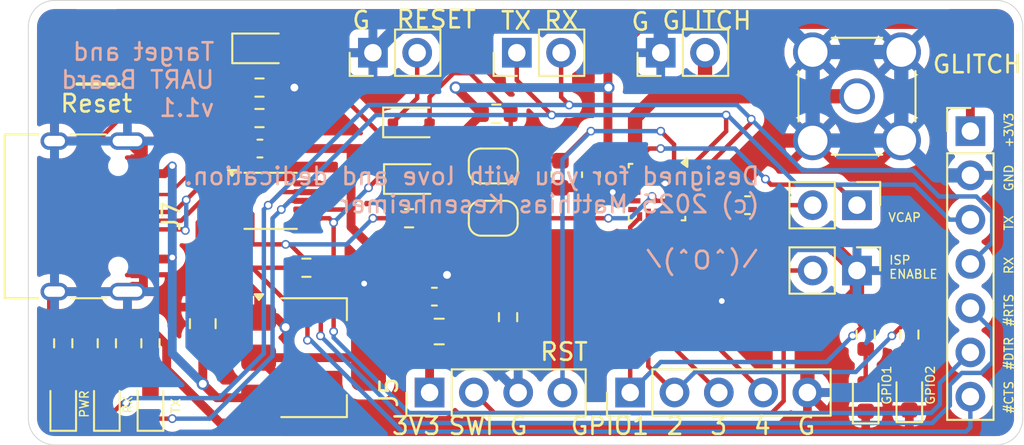
<source format=kicad_pcb>
(kicad_pcb (version 20240108) (generator "pcbnew") (generator_version "8.0")
  (layers (0 "F.Cu" signal) (31 "B.Cu" signal) (34 "B.Paste" user) (35 "F.Paste" user) (36 "B.SilkS" user "B.Silkscreen") (37 "F.SilkS" user "F.Silkscreen") (38 "B.Mask" user) (39 "F.Mask" user) (44 "Edge.Cuts" user))
  (net 0 "")
  (net 1 "GND")
  (net 2 "+5V")
  (net 3 "+3V3")
  (net 4 "Net-(D1-A)")
  (net 7 "Net-(J7-CC2)")
  (net 8 "Net-(J7-CC1)")
  (net 9 "Net-(D2-A)")
  (net 10 "Net-(D3-A)")
  (net 11 "Net-(D4-A)")
  (net 12 "/TX")
  (net 13 "Net-(D5-A)")
  (net 14 "/RX")
  (net 15 "/_DTR")
  (net 16 "/_RTS")
  (net 17 "Net-(JP2-A)")
  (net 18 "Net-(D6-K)")
  (net 19 "/_CTS")
  (net 20 "/_ISP")
  (net 21 "Net-(J2-Pin_2)")
  (net 22 "Net-(D7-A)")
  (net 23 "/_RESET")
  (net 24 "/Dm")
  (net 25 "/Dp")
  (net 26 "Net-(J2-Pin_1)")
  (net 27 "/SWIM")
  (net 32 "/GPIO1")
  (net 33 "/GPIO2")
  (net 34 "/GPIO4")
  (net 35 "/GPIO3")
  (net 40 "Net-(D8-K)")
  (footprint "Capacitor_SMD:C_0603_1608Metric" (layer "F.Cu") (at 105.225 92.75)
    (property "Reference" "C6" (hide yes))
    (property "Value" "1uF" (hide yes))
  )
  (footprint "Resistor_SMD:R_0603_1608Metric" (layer "F.Cu") (at 91.5 99.175 90)
    (property "Reference" "R9" (hide yes))
    (property "Value" "4.7k" (hide yes))
  )
  (footprint "Capacitor_SMD:C_0805_2012Metric" (layer "F.Cu") (at 74 99.55 90)
    (property "Reference" "C1" (hide yes))
    (property "Value" "10u")
  )
  (footprint "Resistor_SMD:R_0603_1608Metric" (layer "F.Cu") (at 77.25 87.75)
    (property "Reference" "R1" (hide yes))
    (property "Value" "5.1k" (hide yes))
  )
  (footprint "Resistor_SMD:R_0603_1608Metric" (layer "F.Cu") (at 79.939 96.34)
    (property "Reference" "R10" (hide yes))
    (property "Value" "4.7k" (hide yes))
  )
  (footprint "Resistor_SMD:R_0603_1608Metric" (layer "F.Cu") (at 90.825 87.5)
    (property "Reference" "R8" (hide yes))
    (property "Value" "4.7k" (hide yes))
  )
  (footprint "Resistor_SMD:R_0603_1608Metric" (layer "F.Cu") (at 112 100.175 -90)
    (property "Reference" "R6" (hide yes))
    (property "Value" "150" (hide yes))
  )
  (footprint "Connector_PinHeader_2.54mm:PinHeader_1x04_P2.54mm_Vertical" (layer "F.Cu") (at 87 103.5 90)
    (property "Reference" "J5")
    (property "Value" "PROGRAM/DEBUG" (hide yes))
  )
  (footprint "LED_SMD:LED_0603_1608Metric" (layer "F.Cu") (at 66 104.2125 90)
    (property "Reference" "D1" (hide yes))
    (property "Value" "LED_RED_3.3V" (hide yes))
  )
  (footprint "LED_SMD:LED_0603_1608Metric" (layer "F.Cu") (at 71 104.2125 90)
    (property "Reference" "D4" (hide yes))
    (property "Value" "LED_RED_TX" (hide yes))
  )
  (footprint "Connector_PinHeader_2.54mm:PinHeader_1x02_P2.54mm_Vertical" (layer "F.Cu") (at 92 84 90)
    (property "Reference" "J3" (hide yes))
    (property "Value" "TX/RX" (hide yes))
  )
  (footprint "Resistor_SMD:R_0603_1608Metric" (layer "F.Cu") (at 68.5 100.675 -90)
    (property "Reference" "R4" (hide yes))
    (property "Value" "150" (hide yes))
  )
  (footprint "Package_DFN_QFN:ST_UFQFPN-20_3x3mm_P0.5mm" (layer "F.Cu") (at 100.0375 92 -90)
    (property "Reference" "U3" (hide yes))
    (property "Value" "STM8S003F3U" (hide yes))
  )
  (footprint "LED_SMD:LED_0603_1608Metric" (layer "F.Cu") (at 68.5 104.2125 90)
    (property "Reference" "D5" (hide yes))
    (property "Value" "LED_BLUE_RX" (hide yes))
  )
  (footprint "Connector_PinHeader_2.54mm:PinHeader_1x02_P2.54mm_Vertical" (layer "F.Cu") (at 100.25 84 90)
    (property "Reference" "J9" (hide yes))
    (property "Value" "GLITCH_IN" (hide yes))
  )
  (footprint "Resistor_SMD:R_0603_1608Metric" (layer "F.Cu") (at 71 100.675 -90)
    (property "Reference" "R3" (hide yes))
    (property "Value" "150" (hide yes))
  )
  (footprint "Connector_PinHeader_2.54mm:PinHeader_1x02_P2.54mm_Vertical" (layer "F.Cu") (at 111.5 96.5 -90)
    (property "Reference" "J1" (hide yes))
    (property "Value" "ISP_MODE" (hide yes))
  )
  (footprint "Connector_PinHeader_2.54mm:PinHeader_1x02_P2.54mm_Vertical" (layer "F.Cu") (at 83.75 84 90)
    (property "Reference" "J10" (hide yes))
    (property "Value" "RESET" (hide yes))
  )
  (footprint "Connector_USB:USB_C_Receptacle_HRO_TYPE-C-31-M-12" (layer "F.Cu") (at 66.55 93.39 -90)
    (property "Reference" "J7")
    (property "Value" "USB_C_Receptacle_USB2.0_16P" (hide yes))
  )
  (footprint "Capacitor_SMD:C_0805_2012Metric" (layer "F.Cu") (at 87.55 100)
    (property "Reference" "C2" (hide yes))
    (property "Value" "10u" (hide yes))
  )
  (footprint "Connector_PinHeader_2.54mm:PinHeader_1x07_P2.54mm_Vertical" (layer "F.Cu") (at 118 88.5)
    (property "Reference" "J4" (hide yes))
    (property "Value" "UART" (hide yes))
  )
  (footprint "Diode_SMD:D_SOD-323" (layer "F.Cu") (at 85.95 88)
    (property "Reference" "D8" (hide yes))
    (property "Value" "D_Small" (hide yes))
  )
  (footprint "Jumper:SolderJumper-2_P1.3mm_Bridged_RoundedPad1.0x1.5mm" (layer "F.Cu") (at 90.65 90.5)
    (property "Reference" "JP1" (hide yes))
    (property "Value" "SolderJumper_2_Bridged" (hide yes))
  )
  (footprint "Button_Switch_SMD:SW_KMR221GLFS" (layer "F.Cu") (at 68 84.4)
    (property "Reference" "S1" (hide yes))
    (property "Value" "KMR221GLFS" (hide yes))
  )
  (footprint "Capacitor_SMD:C_0603_1608Metric" (layer "F.Cu") (at 96.25 91 90)
    (property "Reference" "C5" (hide yes))
    (property "Value" "10nF" (hide yes))
  )
  (footprint "Connector_PinHeader_2.54mm:PinHeader_1x02_P2.54mm_Vertical" (layer "F.Cu") (at 111.5 92.75 -90)
    (property "Reference" "J2" (hide yes))
    (property "Value" "VCAP" (hide yes))
  )
  (footprint "Connector_Coaxial:SMA_Amphenol_901-144_Vertical" (layer "F.Cu") (at 111.5 86.5)
    (property "Reference" "J8" (hide yes))
    (property "Value" "Conn_Coaxial" (hide yes))
  )
  (footprint "Resistor_SMD:R_0603_1608Metric" (layer "F.Cu") (at 77.25 86)
    (property "Reference" "R2" (hide yes))
    (property "Value" "5.1k" (hide yes))
  )
  (footprint "Diode_SMD:D_SOD-323" (layer "F.Cu") (at 77.3 83.75)
    (property "Reference" "D6" (hide yes))
    (property "Value" "D_Small" (hide yes))
  )
  (footprint "LED_SMD:LED_0603_1608Metric" (layer "F.Cu") (at 114.5 103.7125 90)
    (property "Reference" "D3" (hide yes))
    (property "Value" "LED_BLUE_GPIO" (hide yes))
  )
  (footprint "Resistor_SMD:R_0603_1608Metric" (layer "F.Cu") (at 114.5 100.175 -90)
    (property "Reference" "R7" (hide yes))
    (property "Value" "150" (hide yes))
  )
  (footprint "Capacitor_SMD:C_0603_1608Metric" (layer "F.Cu") (at 77.275 89.5)
    (property "Reference" "C4" (hide yes))
    (property "Value" "10nF" (hide yes))
  )
  (footprint "Jumper:SolderJumper-2_P1.3mm_Bridged_RoundedPad1.0x1.5mm" (layer "F.Cu") (at 90.65 93.5)
    (property "Reference" "JP2" (hide yes))
    (property "Value" "SolderJumper_2_Bridged" (hide yes))
  )
  (footprint "LED_SMD:LED_0603_1608Metric" (layer "F.Cu") (at 112 103.7875 90)
    (property "Reference" "D2" (hide yes))
    (property "Value" "LED_GREEN_GPIO" (hide yes))
  )
  (footprint "Package_SO:MSOP-10_3x3mm_P0.5mm" (layer "F.Cu") (at 77.8875 92.5)
    (property "Reference" "U2" (hide yes))
    (property "Value" "CH340X" (hide yes))
  )
  (footprint "Capacitor_SMD:C_0603_1608Metric" (layer "F.Cu") (at 87.275 98 180)
    (property "Reference" "C3" (hide yes))
    (property "Value" "0.1uF" (hide yes))
  )
  (footprint "Resistor_SMD:R_0603_1608Metric" (layer "F.Cu") (at 66 100.675 -90)
    (property "Reference" "R5" (hide yes))
    (property "Value" "150" (hide yes))
  )
  (footprint "Connector_PinHeader_2.54mm:PinHeader_1x05_P2.54mm_Vertical" (layer "F.Cu") (at 98.5 103.5 90)
    (property "Reference" "J6" (hide yes))
    (property "Value" "GPIO" (hide yes))
  )
  (footprint "Resistor_SMD:R_0603_1608Metric" (layer "F.Cu") (at 85.825 93.5 180)
    (property "Reference" "R12" (hide yes))
    (property "Value" "100" (hide yes))
  )
  (footprint "Capacitor_SMD:C_0603_1608Metric" (layer "F.Cu") (at 94.5 90.975 90)
    (property "Reference" "C7" (hide yes))
    (property "Value" "0.1uF" (hide yes))
  )
  (footprint "Package_TO_SOT_SMD:SOT-223-3_TabPin2" (layer "F.Cu") (at 80.35 101.5)
    (property "Reference" "U1" (hide yes))
    (property "Value" "AMS1117-3.3" (hide yes))
  )
  (footprint "Diode_SMD:D_SOD-323" (layer "F.Cu") (at 86 91.25)
    (property "Reference" "D7" (hide yes))
    (property "Value" "D_Small" (hide yes))
  )
  (gr_arc (start 119.5 81) (mid 120.56066 81.43934) (end 121 82.5) (stroke (width 0.05)) (layer "Edge.Cuts"))
  (gr_line (start 121 105) (end 121 82.5) (stroke (width 0.05)) (layer "Edge.Cuts"))
  (gr_line (start 64 82.5) (end 64 105) (stroke (width 0.05)) (layer "Edge.Cuts"))
  (gr_arc (start 64 82.5) (mid 64.43934 81.43934) (end 65.5 81) (stroke (width 0.05)) (layer "Edge.Cuts"))
  (gr_arc (start 121 105) (mid 120.56066 106.06066) (end 119.5 106.5) (stroke (width 0.05)) (layer "Edge.Cuts"))
  (gr_arc (start 65.5 106.5) (mid 64.43934 106.06066) (end 64 105) (stroke (width 0.05)) (layer "Edge.Cuts"))
  (gr_line (start 119.5 81) (end 65.5 81) (stroke (width 0.05)) (layer "Edge.Cuts"))
  (gr_line (start 65.5 106.5) (end 119.5 106.5) (stroke (width 0.05)) (layer "Edge.Cuts"))
  (gr_text "Target and\nUART Board\nv1.1" (at 74.75 87.75 0) (layer "B.SilkS") (effects (font (size 1 1)) (justify left bottom mirror)))
  (gr_text "Designed for you with love and dedication.\n(c) 2025 Matthias Kesenheimer\n\n＼(＾O＾)／" (at 106 96.5 0) (layer "B.SilkS") (effects (font (size 1 1)) (justify left bottom mirror)))
  (gr_text "RESET" (at 85.02 82.67 0) (layer "F.SilkS") (effects (font (size 1 1)) (justify left bottom)))
  (gr_text "PWR" (at 67.5 105 90) (layer "F.SilkS") (effects (font (size 0.5 0.5) (thickness 0.08)) (justify left bottom)))
  (gr_text "GLITCH" (at 100.25 82.75 0) (layer "F.SilkS") (effects (font (size 1 1)) (justify left bottom)))
  (gr_text "RX" (at 70 104.75 90) (layer "F.SilkS") (effects (font (size 0.5 0.5) (thickness 0.08)) (justify left bottom)))
  (gr_text "GLITCH" (at 115.75 85.25 0) (layer "F.SilkS") (effects (font (size 1 1)) (justify left bottom)))
  (gr_text "#CTS" (at 120.5 104.75 90) (layer "F.SilkS") (effects (font (size 0.5 0.5) (thickness 0.08)) (justify left bottom)))
  (gr_text "SWI" (at 88 106 0) (layer "F.SilkS") (effects (font (size 1 1)) (justify left bottom)))
  (gr_text "TX" (at 72.75 104.75 90) (layer "F.SilkS") (effects (font (size 0.5 0.5) (thickness 0.08)) (justify left bottom)))
  (gr_text "TX" (at 120.5 94.25 90) (layer "F.SilkS") (effects (font (size 0.5 0.5) (thickness 0.08)) (justify left bottom)))
  (gr_text "G" (at 108 106 0) (layer "F.SilkS") (effects (font (size 1 1)) (justify left bottom)))
  (gr_text "+3V3" (at 120.5 89.5 90) (layer "F.SilkS") (effects (font (size 0.5 0.5) (thickness 0.08)) (justify left bottom)))
  (gr_text "3V3" (at 84.75 106 0) (layer "F.SilkS") (effects (font (size 1 1)) (justify left bottom)))
  (gr_text "GPIO1" (at 113.5 104.25 90) (layer "F.SilkS") (effects (font (size 0.5 0.5) (thickness 0.08)) (justify left bottom)))
  (gr_text "ISP\nENABLE" (at 113.3 97 0) (layer "F.SilkS") (effects (font (size 0.5 0.5) (thickness 0.08)) (justify left bottom)))
  (gr_text "#DTR" (at 120.5 102.25 90) (layer "F.SilkS") (effects (font (size 0.5 0.5) (thickness 0.08)) (justify left bottom)))
  (gr_text "G" (at 91.5 106 0) (layer "F.SilkS") (effects (font (size 1 1)) (justify left bottom)))
  (gr_text "TX RX" (at 91 82.75 0) (layer "F.SilkS") (effects (font (size 1 1)) (justify left bottom)))
  (gr_text "G" (at 82.48 82.73 0) (layer "F.SilkS") (effects (font (size 1 1)) (justify left bottom)))
  (gr_text "GND" (at 120.5 92 90) (layer "F.SilkS") (effects (font (size 0.5 0.5) (thickness 0.08)) (justify left bottom)))
  (gr_text "RST" (at 93.25 101.75 0) (layer "F.SilkS") (effects (font (size 1 1)) (justify left bottom)))
  (gr_text "GPIO2" (at 116 104.25 90) (layer "F.SilkS") (effects (font (size 0.5 0.5) (thickness 0.08)) (justify left bottom)))
  (gr_text "2" (at 100.5 106 0) (layer "F.SilkS") (effects (font (size 1 1)) (justify left bottom)))
  (gr_text "4" (at 105.5 106 0) (layer "F.SilkS") (effects (font (size 1 1)) (justify left bottom)))
  (gr_text "RX" (at 120.5 96.75 90) (layer "F.SilkS") (effects (font (size 0.5 0.5) (thickness 0.08)) (justify left bottom)))
  (gr_text "#RTS" (at 120.5 99.75 90) (layer "F.SilkS") (effects (font (size 0.5 0.5) (thickness 0.08)) (justify left bottom)))
  (gr_text "G" (at 98.48 82.81 0) (layer "F.SilkS") (effects (font (size 1 1)) (justify left bottom)))
  (gr_text "3" (at 103 106 0) (layer "F.SilkS") (effects (font (size 1 1)) (justify left bottom)))
  (gr_text "GPIO1" (at 95 106 0) (layer "F.SilkS") (effects (font (size 1 1)) (justify left bottom)))
  (gr_text "Reset" (at 65.75 87.5 0) (layer "F.SilkS") (effects (font (size 1 1)) (justify left bottom)))
  (gr_text "VCAP" (at 113.25 93.75 0) (layer "F.SilkS") (effects (font (size 0.5 0.5) (thickness 0.08)) (justify left bottom)))
  (segment (start 76.6 98.6) (end 77.2 99.2) (width 0.508) (layer "F.Cu") (net 1))
  (segment (start 78.2 99.2) (end 78.75 99.75) (width 0.508) (layer "F.Cu") (net 1))
  (segment (start 78.075 87.75) (end 78.075 87.925) (width 0.508) (layer "F.Cu") (net 1))
  (segment (start 104.45 91.83519) (end 104.45 92.75) (width 0.818) (layer "F.Cu") (net 1))
  (segment (start 112 104.575) (end 114.425 104.575) (width 0.508) (layer "F.Cu") (net 1))
  (segment (start 68 83.15) (end 70.05 85.2) (width 0.508) (layer "F.Cu") (net 1))
  (segment (start 69.68 97.71) (end 73.71 97.71) (width 0.508) (layer "F.Cu") (net 1))
  (segment (start 104.45 93.225) (end 106.225 95) (width 0.818) (layer "F.Cu") (net 1))
  (segment (start 68 82.975) (end 68 83.15) (width 0.508) (layer "F.Cu") (net 1))
  (segment (start 77.5 91.729551) (end 77.5 90.5) (width 0.254) (layer "F.Cu") (net 1))
  (segment (start 78.075 87.925) (end 76.5 89.5) (width 0.508) (layer "F.Cu") (net 1))
  (segment (start 88 96.75) (end 88.05 96.8) (width 0.508) (layer "F.Cu") (net 1))
  (segment (start 65.5 85.65) (end 65.95 85.2) (width 0.508) (layer "F.Cu") (net 1))
  (segment (start 73.71 97.71) (end 74 98) (width 0.508) (layer "F.Cu") (net 1))
  (segment (start 96.225 91.75) (end 96.25 91.775) (width 0.254) (layer "F.Cu") (net 1))
  (segment (start 112 104.575) (end 109.735 104.575) (width 0.508) (layer "F.Cu") (net 1))
  (segment (start 65.5 89.07) (end 65.5 85.65) (width 0.508) (layer "F.Cu") (net 1))
  (segment (start 111.5 96.5) (end 111.5 97.75) (width 0.818) (layer "F.Cu") (net 1))
  (segment (start 88.05 98.05) (end 88.5 98.5) (width 0.508) (layer "F.Cu") (net 1))
  (segment (start 114.425 104.575) (end 114.5 104.5) (width 0.508) (layer "F.Cu") (net 1))
  (segment (start 65.198 104.198) (end 65.198 98.012) (width 0.254) (layer "F.Cu") (net 1))
  (segment (start 88.05 98) (end 88.05 96.8) (width 0.508) (layer "F.Cu") (net 1))
  (segment (start 111.5 97.75) (end 108.66 100.59) (width 0.818) (layer "F.Cu") (net 1))
  (segment (start 75.775 92.5) (end 76.729551 92.5) (width 0.254) (layer "F.Cu") (net 1))
  (segment (start 70.595 97.405) (end 70.595 96.64) (width 0.508) (layer "F.Cu") (net 1))
  (segment (start 96.25 91.775) (end 97.275 91.775) (width 0.254) (layer "F.Cu") (net 1))
  (segment (start 66 105) (end 65.198 104.198) (width 0.254) (layer "F.Cu") (net 1))
  (segment (start 70.595 90.14) (end 70.595 89.985) (width 0.508) (layer "F.Cu") (net 1))
  (segment (start 76.729551 92.5) (end 77.5 91.729551) (width 0.254) (layer "F.Cu") (net 1))
  (segment (start 65.198 98.012) (end 65.5 97.71) (width 0.254) (layer "F.Cu") (net 1))
  (segment (start 107.24519 89.04) (end 104.45 91.83519) (width 0.818) (layer "F.Cu") (net 1))
  (segment (start 108.66 103.5) (end 108.75 103.5) (width 0.508) (layer "F.Cu") (net 1))
  (segment (start 104.45 92.75) (end 104.45 93.225) (width 0.818) (layer "F.Cu") (net 1))
  (segment (start 74 98.6) (end 76.6 98.6) (width 0.508) (layer "F.Cu") (net 1))
  (segment (start 99.5375 90.7) (end 99.5375 91.354) (width 0.254) (layer "F.Cu") (net 1))
  (segment (start 70.595 97.405) (end 69.985 97.405) (width 0.508) (layer "F.Cu") (net 1))
  (segment (start 74.962501 92.5) (end 73.71 93.752501) (width 0.254) (layer "F.Cu") (net 1))
  (segment (start 70.595 89.985) (end 69.68 89.07) (width 0.508) (layer "F.Cu") (net 1))
  (segment (start 65.95 85.2) (end 68 83.15) (width 0.508) (layer "F.Cu") (net 1))
  (segment (start 110 95) (end 111.5 96.5) (width 0.818) (layer "F.Cu") (net 1))
  (segment (start 77.5 90.5) (end 76.5 89.5) (width 0.254) (layer "F.Cu") (net 1))
  (segment (start 73.71 93.752501) (end 73.71 97.71) (width 0.254) (layer "F.Cu") (net 1))
  (segment (start 108.66 100.59) (end 108.66 103.5) (width 0.818) (layer "F.Cu") (net 1))
  (segment (start 88.05 98) (end 88.05 98.05) (width 0.508) (layer "F.Cu") (net 1))
  (segment (start 78.075 86) (end 78.075 87.75) (width 0.508) (layer "F.Cu") (net 1))
  (segment (start 94.5 91.75) (end 96.225 91.75) (width 0.254) (layer "F.Cu") (net 1))
  (segment (start 75.775 92.5) (end 74.962501 92.5) (width 0.254) (layer "F.Cu") (net 1))
  (segment (start 69.985 97.405) (end 69.68 97.71) (width 0.508) (layer "F.Cu") (net 1))
  (segment (start 106.225 95) (end 110 95) (width 0.818) (layer "F.Cu") (net 1))
  (segment (start 99.6835 91.5) (end 100.5 91.5) (width 0.254) (layer "F.Cu") (net 1))
  (segment (start 74 98.6) (end 74 98) (width 0.508) (layer "F.Cu") (net 1))
  (segment (start 78.075 86) (end 79.25 86) (width 0.508) (layer "F.Cu") (net 1))
  (segment (start 99.5375 91.354) (end 99.6835 91.5) (width 0.254) (layer "F.Cu") (net 1))
  (segment (start 109.735 104.575) (end 108.66 103.5) (width 0.508) (layer "F.Cu") (net 1))
  (segment (start 97.275 91.775) (end 97.5 92) (width 0.254) (layer "F.Cu") (net 1))
  (segment (start 108.96 89.04) (end 107.24519 89.04) (width 0.818) (layer "F.Cu") (net 1))
  (segment (start 77.2 99.2) (end 78.2 99.2) (width 0.508) (layer "F.Cu") (net 1))
  (segment (start 88.5 98.5) (end 88.5 100) (width 0.508) (layer "F.Cu") (net 1))
  (via (at 78.75 99.75) (size 0.7) (drill 0.45) (layers "F.Cu" "B.Cu") (net 1))
  (via (at 100.5 91.5) (size 0.5) (drill 0.33) (layers "F.Cu" "B.Cu") (net 1))
  (via (at 97.5 92) (size 0.5) (drill 0.33) (layers "F.Cu" "B.Cu") (net 1))
  (via (at 88 96.75) (size 0.7) (drill 0.45) (layers "F.Cu" "B.Cu") (net 1))
  (via (at 83.25 97.25) (size 0.5) (drill 0.33) (layers "F.Cu" "B.Cu") (net 1))
  (via (at 79.25 86) (size 0.7) (drill 0.45) (layers "F.Cu" "B.Cu") (net 1))
  (via (at 103.75 98.25) (size 0.5) (drill 0.33) (layers "F.Cu" "B.Cu") (net 1))
  (segment (start 65.5 97.71) (end 69.68 97.71) (width 0.508) (layer "B.Cu") (net 1))
  (segment (start 65.5 89.07) (end 65.5 97.71) (width 0.508) (layer "B.Cu") (net 1))
  (segment (start 88 99.42) (end 92.08 103.5) (width 0.508) (layer "B.Cu") (net 1))
  (segment (start 108.96 89.04) (end 108.96 83.96) (width 0.818) (layer "B.Cu") (net 1))
  (segment (start 88 98.92) (end 88 96.75) (width 0.508) (layer "B.Cu") (net 1))
  (segment (start 79.25 86) (end 79.5 86) (width 0.508) (layer "B.Cu") (net 1))
  (segment (start 97.5 92) (end 98 91.5) (width 0.254) (layer "B.Cu") (net 1))
  (segment (start 107.501 82.501) (end 100.25 82.501) (width 0.818) (layer "B.Cu") (net 1))
  (segment (start 116.04 91.04) (end 118 91.04) (width 0.818) (layer "B.Cu") (net 1))
  (segment (start 110.196 95.196) (end 111.5 96.5) (width 0.508) (layer "B.Cu") (net 1))
  (segment (start 98 91.5) (end 100.5 91.5) (width 0.254) (layer "B.Cu") (net 1))
  (segment (start 88 98.92) (end 88 99.42) (width 0.508) (layer "B.Cu") (net 1))
  (segment (start 114.04 83.96) (end 108.96 83.96) (width 0.818) (layer "B.Cu") (net 1))
  (segment (start 81.5 84) (end 83.75 84) (width 0.508) (layer "B.Cu") (net 1))
  (segment (start 114.04 83.96) (end 114.04 89.04) (width 0.818) (layer "B.Cu") (net 1))
  (segment (start 114.04 89.04) (end 116.04 91.04) (width 0.818) (layer "B.Cu") (net 1))
  (segment (start 70.71 97.71) (end 69.68 97.71) (width 0.508) (layer "B.Cu") (net 1))
  (segment (start 108.96 83.96) (end 107.501 82.501) (width 0.818) (layer "B.Cu") (net 1))
  (segment (start 78.75 99.75) (end 79.58 98.92) (width 0.508) (layer "B.Cu") (net 1))
  (segment (start 69.68 89.07) (end 65.5 89.07) (width 0.508) (layer "B.Cu") (net 1))
  (segment (start 104.196 95.196) (end 110.196 95.196) (width 0.508) (layer "B.Cu") (net 1))
  (segment (start 79.5 86) (end 81.5 84) (width 0.508) (layer "B.Cu") (net 1))
  (segment (start 85.249 82.501) (end 83.75 84) (width 0.818) (layer "B.Cu") (net 1))
  (segment (start 100.5 91.5) (end 104.196 95.196) (width 0.508) (layer "B.Cu") (net 1))
  (segment (start 114.04 89.04) (end 108.96 89.04) (width 0.818) (layer "B.Cu") (net 1))
  (segment (start 79.58 98.92) (end 88 98.92) (width 0.508) (layer "B.Cu") (net 1))
  (segment (start 100.25 82.501) (end 85.249 82.501) (width 0.818) (layer "B.Cu") (net 1))
  (segment (start 100.25 82.501) (end 100.25 84) (width 0.818) (layer "B.Cu") (net 1))
  (segment (start 70.595 95.84) (end 72.16 95.84) (width 0.508) (layer "F.Cu") (net 2))
  (segment (start 70.595 90.94) (end 71.81 90.94) (width 0.508) (layer "F.Cu") (net 2))
  (segment (start 71.81 90.94) (end 72.25 90.5) (width 0.508) (layer "F.Cu") (net 2))
  (segment (start 72.16 95.84) (end 72.25 95.75) (width 0.508) (layer "F.Cu") (net 2))
  (segment (start 74.8 103.8) (end 77.2 103.8) (width 0.508) (layer "F.Cu") (net 2))
  (segment (start 74 100.5) (end 74 103) (width 0.508) (layer "F.Cu") (net 2))
  (segment (start 74 103) (end 74.8 103.8) (width 0.508) (layer "F.Cu") (net 2))
  (via (at 72.25 90.5) (size 0.5) (drill 0.33) (layers "F.Cu" "B.Cu") (net 2))
  (via (at 74 103) (size 0.7) (drill 0.45) (layers "F.Cu" "B.Cu") (net 2))
  (via (at 72.25 95.75) (size 0.5) (drill 0.33) (layers "F.Cu" "B.Cu") (net 2))
  (segment (start 72.25 95.75) (end 72.25 101.25) (width 0.508) (layer "B.Cu") (net 2))
  (segment (start 72.25 90.5) (end 72.25 95.75) (width 0.508) (layer "B.Cu") (net 2))
  (segment (start 72.25 101.25) (end 74 103) (width 0.508) (layer "B.Cu") (net 2))
  (segment (start 78.654 104.592) (end 77.996 105.25) (width 0.508) (layer "F.Cu") (net 3))
  (segment (start 86.5 101.5) (end 83.5 101.5) (width 0.508) (layer "F.Cu") (net 3))
  (segment (start 98.5625 91) (end 98 91) (width 0.2) (layer "F.Cu") (net 3))
  (segment (start 82.5 91.5) (end 82.5 89.5) (width 0.508) (layer "F.Cu") (net 3))
  (segment (start 80 91.5) (end 82.5 91.5) (width 0.254) (layer "F.Cu") (net 3))
  (segment (start 71.929 100.779) (end 71 99.85) (width 0.508) (layer "F.Cu") (net 3))
  (segment (start 87 101.5) (end 86.5 101.5) (width 0.508) (layer "F.Cu") (net 3))
  (segment (start 77.2 101.5) (end 83.5 101.5) (width 0.508) (layer "F.Cu") (net 3))
  (segment (start 68.5 99.85) (end 66 99.85) (width 0.508) (layer "F.Cu") (net 3))
  (segment (start 86.6 100) (end 86.6 101.4) (width 0.508) (layer "F.Cu") (net 3))
  (segment (start 118 84) (end 116.381 82.381) (width 0.508) (layer "F.Cu") (net 3))
  (segment (start 82.5 89.5) (end 88 89.5) (width 0.508) (layer "F.Cu") (net 3))
  (segment (start 86.6 98.1) (end 86.5 98) (width 0.508) (layer "F.Cu") (net 3))
  (segment (start 82.5 93) (end 82.5 91.5) (width 0.508) (layer "F.Cu") (net 3))
  (segment (start 75 105.25) (end 71.929 102.179) (width 0.508) (layer "F.Cu") (net 3))
  (segment (start 71 100.001264) (end 71 99.85) (width 0.508) (layer "F.Cu") (net 3))
  (segment (start 71.929 102.179) (end 71.929 100.779) (width 0.508) (layer "F.Cu") (net 3))
  (segment (start 116.381 82.381) (end 99.261 82.381) (width 0.508) (layer "F.Cu") (net 3))
  (segment (start 87 101.5) (end 87 103.5) (width 0.508) (layer "F.Cu") (net 3))
  (segment (start 77.2 101.5) (end 78.654 102.954) (width 0.508) (layer "F.Cu") (net 3))
  (segment (start 78.05 89.5) (end 82.5 89.5) (width 0.508) (layer "F.Cu") (net 3))
  (segment (start 86.6 101.4) (end 86.5 101.5) (width 0.508) (layer "F.Cu") (net 3))
  (segment (start 97.225 84.417) (end 97.225 90.225) (width 0.508) (layer "F.Cu") (net 3))
  (segment (start 86.5 98) (end 82.5 94) (width 0.508) (layer "F.Cu") (net 3))
  (segment (start 90 87.5) (end 88.5 86) (width 0.508) (layer "F.Cu") (net 3))
  (segment (start 87.5 101.5) (end 87 101.5) (width 0.508) (layer "F.Cu") (net 3))
  (segment (start 86.6 100) (end 86.6 98.1) (width 0.508) (layer "F.Cu") (net 3))
  (segment (start 88 89.5) (end 90 87.5) (width 0.508) (layer "F.Cu") (net 3))
  (segment (start 97.225 90.225) (end 96.25 90.225) (width 0.508) (layer "F.Cu") (net 3))
  (segment (start 98 91) (end 97.225 90.225) (width 0.2) (layer "F.Cu") (net 3))
  (segment (start 77.996 105.25) (end 75 105.25) (width 0.508) (layer "F.Cu") (net 3))
  (segment (start 80 93) (end 82.5 93) (width 0.254) (layer "F.Cu") (net 3))
  (segment (start 78.654 102.954) (end 78.654 104.592) (width 0.508) (layer "F.Cu") (net 3))
  (segment (start 99.261 82.381) (end 97.225 84.417) (width 0.508) (layer "F.Cu") (net 3))
  (segment (start 90 101.5) (end 87.5 101.5) (width 0.508) (layer "F.Cu") (net 3))
  (segment (start 71 99.85) (end 68.5 99.85) (width 0.508) (layer "F.Cu") (net 3))
  (segment (start 91.5 100) (end 90 101.5) (width 0.508) (layer "F.Cu") (net 3))
  (segment (start 118 88.5) (end 118 84) (width 0.508) (layer "F.Cu") (net 3))
  (segment (start 82.5 94) (end 82.5 93) (width 0.508) (layer "F.Cu") (net 3))
  (via (at 88.5 86) (size 0.7) (drill 0.45) (layers "F.Cu" "B.Cu") (net 3))
  (via (at 97.25 86) (size 0.7) (drill 0.45) (layers "F.Cu" "B.Cu") (net 3))
  (segment (start 88.5 86) (end 97.25 86) (width 0.508) (layer "B.Cu") (net 3))
  (segment (start 66 101.5) (end 66 103.425) (width 0.254) (layer "F.Cu") (net 4))
  (segment (start 76.425 86) (end 71.030445 86) (width 0.254) (layer "F.Cu") (net 7))
  (segment (start 71.030445 86) (end 68 89.030445) (width 0.254) (layer "F.Cu") (net 7))
  (segment (start 69.64 95.14) (end 70.595 95.14) (width 0.254) (layer "F.Cu") (net 7))
  (segment (start 68 93.5) (end 69.64 95.14) (width 0.254) (layer "F.Cu") (net 7))
  (segment (start 68 89.030445) (end 68 93.5) (width 0.254) (layer "F.Cu") (net 7))
  (segment (start 72.035 92.14) (end 76.425 87.75) (width 0.2) (layer "F.Cu") (net 8))
  (segment (start 70.595 92.14) (end 72.035 92.14) (width 0.2) (layer "F.Cu") (net 8))
  (segment (start 112 101) (end 112 103) (width 0.254) (layer "F.Cu") (net 9))
  (segment (start 114.5 101) (end 114.5 102.925) (width 0.254) (layer "F.Cu") (net 10))
  (segment (start 71 101.5) (end 71 103.425) (width 0.254) (layer "F.Cu") (net 11))
  (segment (start 79 92.5) (end 78.5 93) (width 0.254) (layer "F.Cu") (net 12))
  (segment (start 92 84) (end 92 85.577) (width 0.254) (layer "F.Cu") (net 12))
  (segment (start 104 88.5125) (end 104 87.577) (width 0.254) (layer "F.Cu") (net 12))
  (segment (start 80 92.5) (end 79 92.5) (width 0.254) (layer "F.Cu") (net 12))
  (segment (start 92 85.577) (end 94 87.577) (width 0.254) (layer "F.Cu") (net 12))
  (segment (start 101.5125 91) (end 104 88.5125) (width 0.254) (layer "F.Cu") (net 12))
  (segment (start 72.25 105) (end 71 105) (width 0.254) (layer "F.Cu") (net 12))
  (via (at 78.5 93) (size 0.5) (drill 0.33) (layers "F.Cu" "B.Cu") (net 12))
  (via (at 72.25 105) (size 0.5) (drill 0.33) (layers "F.Cu" "B.Cu") (net 12))
  (via (at 94 87.577) (size 0.5) (drill 0.33) (layers "F.Cu" "B.Cu") (net 12))
  (via (at 104 87.577) (size 0.5) (drill 0.33) (layers "F.Cu" "B.Cu") (net 12))
  (segment (start 78 101.4) (end 78 93.5) (width 0.254) (layer "B.Cu") (net 12))
  (segment (start 104 87.577) (end 104.077 87.577) (width 0.254) (layer "B.Cu") (net 12))
  (segment (start 114.790919 91.573) (end 116.797919 93.58) (width 0.254) (layer "B.Cu") (net 12))
  (segment (start 78.5 93) (end 83.923 87.577) (width 0.254) (layer "B.Cu") (net 12))
  (segment (start 104.077 87.577) (end 108.073 91.573) (width 0.254) (layer "B.Cu") (net 12))
  (segment (start 72.25 105) (end 74.4 105) (width 0.254) (layer "B.Cu") (net 12))
  (segment (start 94 87.577) (end 98.75 87.577) (width 0.254) (layer "B.Cu") (net 12))
  (segment (start 98.75 87.577) (end 104 87.577) (width 0.254) (layer "B.Cu") (net 12))
  (segment (start 108.073 91.573) (end 114.790919 91.573) (width 0.254) (layer "B.Cu") (net 12))
  (segment (start 83.923 87.577) (end 94 87.577) (width 0.254) (layer "B.Cu") (net 12))
  (segment (start 74.4 105) (end 78 101.4) (width 0.254) (layer "B.Cu") (net 12))
  (segment (start 78 93.5) (end 78.5 93) (width 0.254) (layer "B.Cu") (net 12))
  (segment (start 116.797919 93.58) (end 118 93.58) (width 0.254) (layer "B.Cu") (net 12))
  (segment (start 68.5 101.5) (end 68.5 103.425) (width 0.254) (layer "F.Cu") (net 13))
  (segment (start 77.75 92.75) (end 78.5 92) (width 0.254) (layer "F.Cu") (net 14))
  (segment (start 101.3375 91.5) (end 101.9415 91.5) (width 0.254) (layer "F.Cu") (net 14))
  (segment (start 94.54 86.54) (end 95 87) (width 0.254) (layer "F.Cu") (net 14))
  (segment (start 69.6 104.1) (end 69.4 104.1) (width 0.254) (layer "F.Cu") (net 14))
  (segment (start 69.4 104.1) (end 68.5 105) (width 0.254) (layer "F.Cu") (net 14))
  (segment (start 101.9415 91.5) (end 105.4375 88.004) (width 0.254) (layer "F.Cu") (net 14))
  (segment (start 105.4375 88.004) (end 105.4375 87.8125) (width 0.254) (layer "F.Cu") (net 14))
  (segment (start 78.5 92) (end 80 92) (width 0.254) (layer "F.Cu") (net 14))
  (segment (start 94.54 84) (end 94.54 86.54) (width 0.254) (layer "F.Cu") (net 14))
  (via (at 95 87) (size 0.5) (drill 0.33) (layers "F.Cu" "B.Cu") (net 14))
  (via (at 77.75 92.75) (size 0.5) (drill 0.33) (layers "F.Cu" "B.Cu") (net 14))
  (via (at 69.6 104.1) (size 0.5) (drill 0.33) (layers "F.Cu" "B.Cu") (net 14))
  (via (at 105.4375 87.8125) (size 0.5) (drill 0.33) (layers "F.Cu" "B.Cu") (net 14))
  (segment (start 104.625 87) (end 105.4375 87.8125) (width 0.254) (layer "B.Cu") (net 14))
  (segment (start 69.6 104.1) (end 69.877 103.823) (width 0.254) (layer "B.Cu") (net 14))
  (segment (start 74.934948 103.823) (end 77.5 101.257948) (width 0.254) (layer "B.Cu") (net 14))
  (segment (start 105.4375 87.8125) (end 108.375 90.75) (width 0.254) (layer "B.Cu") (net 14))
  (segment (start 119.25 93.16547) (end 119.25 94.87) (width 0.254) (layer "B.Cu") (net 14))
  (segment (start 118.13 96.12) (end 118 96.12) (width 0.254) (layer "B.Cu") (net 14))
  (segment (start 77.5 93) (end 77.75 92.75) (width 0.254) (layer "B.Cu") (net 14))
  (segment (start 77.5 101.257948) (end 77.5 93) (width 0.254) (layer "B.Cu") (net 14))
  (segment (start 108.375 90.75) (end 114.709138 90.75) (width 0.254) (layer "B.Cu") (net 14))
  (segment (start 69.877 103.823) (end 74.934948 103.823) (width 0.254) (layer "B.Cu") (net 14))
  (segment (start 83.5 87) (end 95 87) (width 0.254) (layer "B.Cu") (net 14))
  (segment (start 77.75 92.75) (end 83.5 87) (width 0.254) (layer "B.Cu") (net 14))
  (segment (start 116.209138 92.25) (end 118.33453 92.25) (width 0.254) (layer "B.Cu") (net 14))
  (segment (start 118.33453 92.25) (end 119.25 93.16547) (width 0.254) (layer "B.Cu") (net 14))
  (segment (start 114.709138 90.75) (end 116.209138 92.25) (width 0.254) (layer "B.Cu") (net 14))
  (segment (start 95 87) (end 104.625 87) (width 0.254) (layer "B.Cu") (net 14))
  (segment (start 119.25 94.87) (end 118 96.12) (width 0.254) (layer "B.Cu") (net 14))
  (segment (start 84 91.25) (end 84.95 91.25) (width 0.254) (layer "F.Cu") (net 15))
  (segment (start 81.5 93.75) (end 81.5 96.34) (width 0.254) (layer "F.Cu") (net 15))
  (segment (start 81.5 96.34) (end 80.764 96.34) (width 0.254) (layer "F.Cu") (net 15))
  (segment (start 80 93.5) (end 81.25 93.5) (width 0.254) (layer "F.Cu") (net 15))
  (segment (start 81.25 93.5) (end 81.5 93.75) (width 0.254) (layer "F.Cu") (net 15))
  (segment (start 81.5 96.34) (end 81.5 100) (width 0.254) (layer "F.Cu") (net 15))
  (segment (start 83.5 91.75) (end 84 91.25) (width 0.254) (layer "F.Cu") (net 15))
  (via (at 81.5 100) (size 0.5) (drill 0.33) (layers "F.Cu" "B.Cu") (net 15))
  (via (at 83.5 91.75) (size 0.5) (drill 0.33) (layers "F.Cu" "B.Cu") (net 15))
  (via (at 81.5 93.75) (size 0.5) (drill 0.33) (layers "F.Cu" "B.Cu") (net 15))
  (segment (start 115.750001 104.677) (end 116.25 104.177001) (width 0.254) (layer "B.Cu") (net 15))
  (segment (start 116.25 102.95) (end 118 101.2) (width 0.254) (layer "B.Cu") (net 15))
  (segment (start 81.5 100.354) (end 81.5 100) (width 0.254) (layer "B.Cu") (net 15))
  (segment (start 85.823 104.677) (end 81.5 100.354) (width 0.254) (layer "B.Cu") (net 15))
  (segment (start 86.427 104.677) (end 115.750001 104.677) (width 0.254) (layer "B.Cu") (net 15))
  (segment (start 86.427 104.677) (end 85.823 104.677) (width 0.254) (layer "B.Cu") (net 15))
  (segment (start 116.25 104.177001) (end 116.25 102.95) (width 0.254) (layer "B.Cu") (net 15))
  (segment (start 81.5 93.75) (end 83.5 91.75) (width 0.254) (layer "B.Cu") (net 15))
  (segment (start 78.999832 95) (end 80.012026 96.012194) (width 0.254) (layer "F.Cu") (net 16))
  (segment (start 78.75 95) (end 78.999832 95) (width 0.254) (layer "F.Cu") (net 16))
  (segment (start 76.57288 93) (end 75.775 93) (width 0.254) (layer "F.Cu") (net 16))
  (segment (start 76.8415 93.26862) (end 76.57288 93) (width 0.254) (layer "F.Cu") (net 16))
  (segment (start 80.012026 97.874026) (end 80.764 98.626) (width 0.254) (layer "F.Cu") (net 16))
  (segment (start 80.764 98.626) (end 80.764 100.236) (width 0.254) (layer "F.Cu") (net 16))
  (segment (start 80.012026 96.012194) (end 80.012026 97.874026) (width 0.254) (layer "F.Cu") (net 16))
  (segment (start 76.8415 95) (end 76.8415 93.26862) (width 0.254) (layer "F.Cu") (net 16))
  (segment (start 80.764 100.236) (end 80.75 100.25) (width 0.254) (layer "F.Cu") (net 16))
  (segment (start 78.75 95) (end 76.8415 95) (width 0.254) (layer "F.Cu") (net 16))
  (segment (start 85 93.5) (end 83.75 93.5) (width 0.254) (layer "F.Cu") (net 16))
  (via (at 78.75 95) (size 0.5) (drill 0.33) (layers "F.Cu" "B.Cu") (net 16))
  (via (at 83.75 93.5) (size 0.5) (drill 0.33) (layers "F.Cu" "B.Cu") (net 16))
  (via (at 80.75 100.25) (size 0.5) (drill 0.33) (layers "F.Cu" "B.Cu") (net 16))
  (segment (start 85.753947 105.25) (end 80.753947 100.25) (width 0.254) (layer "B.Cu") (net 16))
  (segment (start 116.823 104.246053) (end 116.823 103.06647) (width 0.254) (layer "B.Cu") (net 16))
  (segment (start 80.753947 100.25) (end 80.75 100.25) (width 0.254) (layer "B.Cu") (net 16))
  (segment (start 117.51247 102.377) (end 118.623 102.377) (width 0.254) (layer "B.Cu") (net 16))
  (segment (start 82.25 95) (end 78.75 95) (width 0.254) (layer "B.Cu") (net 16))
  (segment (start 118.623 102.377) (end 119.25 101.75) (width 0.254) (layer "B.Cu") (net 16))
  (segment (start 86.25 105.25) (end 115.819053 105.25) (width 0.254) (layer "B.Cu") (net 16))
  (segment (start 115.819053 105.25) (end 116.823 104.246053) (width 0.254) (layer "B.Cu") (net 16))
  (segment (start 119.25 99.91) (end 118 98.66) (width 0.254) (layer "B.Cu") (net 16))
  (segment (start 83.75 93.5) (end 82.25 95) (width 0.254) (layer "B.Cu") (net 16))
  (segment (start 119.25 101.75) (end 119.25 99.91) (width 0.254) (layer "B.Cu") (net 16))
  (segment (start 116.823 103.06647) (end 117.51247 102.377) (width 0.254) (layer "B.Cu") (net 16))
  (segment (start 86.25 105.25) (end 85.753947 105.25) (width 0.254) (layer "B.Cu") (net 16))
  (segment (start 86.65 93.5) (end 90 93.5) (width 0.254) (layer "F.Cu") (net 17))
  (segment (start 70.05 83.6) (end 76.1 83.6) (width 0.254) (layer "F.Cu") (net 18))
  (segment (start 70.05 83.423) (end 70.05 83.6) (width 0.254) (layer "F.Cu") (net 18))
  (segment (start 69 82.373) (end 70.05 83.423) (width 0.254) (layer "F.Cu") (net 18))
  (segment (start 65.95 83.6) (end 65.95 83.246) (width 0.254) (layer "F.Cu") (net 18))
  (segment (start 76.1 83.6) (end 76.25 83.75) (width 0.254) (layer "F.Cu") (net 18))
  (segment (start 65.95 83.246) (end 66.823 82.373) (width 0.254) (layer "F.Cu") (net 18))
  (segment (start 66.823 82.373) (end 69 82.373) (width 0.254) (layer "F.Cu") (net 18))
  (segment (start 76.77 96.27) (end 76.84 96.34) (width 0.254) (layer "F.Cu") (net 19))
  (segment (start 75.775 93.5) (end 75.775 95.275) (width 0.254) (layer "F.Cu") (net 19))
  (segment (start 76.77 96.27) (end 75.775 95.275) (width 0.254) (layer "F.Cu") (net 19))
  (segment (start 80 99.5) (end 76.77 96.27) (width 0.254) (layer "F.Cu") (net 19))
  (segment (start 80 100.5) (end 80 99.5) (width 0.254) (layer "F.Cu") (net 19))
  (segment (start 76.84 96.34) (end 79.114 96.34) (width 0.254) (layer "F.Cu") (net 19))
  (via (at 80 100.5) (size 0.5) (drill 0.33) (layers "F.Cu" "B.Cu") (net 19))
  (segment (start 85.933998 105.75) (end 85.433998 105.75) (width 0.254) (layer "B.Cu") (net 19))
  (segment (start 117.75 105.75) (end 118 105.5) (width 0.254) (layer "B.Cu") (net 19))
  (segment (start 118 105.5) (end 118 103.74) (width 0.254) (layer "B.Cu") (net 19))
  (segment (start 80.183998 100.5) (end 80 100.5) (width 0.254) (layer "B.Cu") (net 19))
  (segment (start 85.933998 105.75) (end 117.75 105.75) (width 0.254) (layer "B.Cu") (net 19))
  (segment (start 85.433998 105.75) (end 80.183998 100.5) (width 0.254) (layer "B.Cu") (net 19))
  (segment (start 108.96 96.5) (end 106.0375 96.5) (width 0.254) (layer "F.Cu") (net 20))
  (segment (start 100 92.5) (end 99.75 92.25) (width 0.254) (layer "F.Cu") (net 20))
  (segment (start 102.0375 92.5) (end 101.3375 92.5) (width 0.254) (layer "F.Cu") (net 20))
  (segment (start 91.3 98.15) (end 91.5 98.35) (width 0.254) (layer "F.Cu") (net 20))
  (segment (start 106.0375 96.5) (end 102.0375 92.5) (width 0.254) (layer "F.Cu") (net 20))
  (segment (start 91.3 93.5) (end 97.25 93.5) (width 0.254) (layer "F.Cu") (net 20))
  (segment (start 101.3375 92.5) (end 100.5 92.5) (width 0.254) (layer "F.Cu") (net 20))
  (segment (start 100.5 92.5) (end 100 92.5) (width 0.254) (layer "F.Cu") (net 20))
  (segment (start 91.3 93.5) (end 91.3 98.15) (width 0.254) (layer "F.Cu") (net 20))
  (via (at 97.25 93.5) (size 0.5) (drill 0.33) (layers "F.Cu" "B.Cu") (net 20))
  (via (at 99.75 92.25) (size 0.5) (drill 0.33) (layers "F.Cu" "B.Cu") (net 20))
  (segment (start 98.5 93.5) (end 97.25 93.5) (width 0.254) (layer "B.Cu") (net 20))
  (segment (start 99.75 92.25) (end 98.5 93.5) (width 0.254) (layer "B.Cu") (net 20))
  (segment (start 106 92.75) (end 108.96 92.75) (width 0.254) (layer "F.Cu") (net 21))
  (segment (start 89.25 91.25) (end 90 90.5) (width 0.254) (layer "F.Cu") (net 22))
  (segment (start 87.05 91.25) (end 89.25 91.25) (width 0.254) (layer "F.Cu") (net 22))
  (segment (start 91.65 90.15) (end 91.3 90.5) (width 0.254) (layer "F.Cu") (net 23))
  (segment (start 91.65 88.75) (end 91.65 90.15) (width 0.254) (layer "F.Cu") (net 23))
  (segment (start 96.25 88.5) (end 96.2 88.5) (width 0.254) (layer "F.Cu") (net 23))
  (segment (start 89.325 85.175) (end 89.825 85.675) (width 0.254) (layer "F.Cu") (net 23))
  (segment (start 91.65 87.5) (end 91.65 88.75) (width 0.254) (layer "F.Cu") (net 23))
  (segment (start 91.6 90.2) (end 91.3 90.5) (width 0.254) (layer "F.Cu") (net 23))
  (segment (start 87 88) (end 86.448 88.552) (width 0.254) (layer "F.Cu") (net 23))
  (segment (start 94.5 90.2) (end 91.6 90.2) (width 0.254) (layer "F.Cu") (net 23))
  (segment (start 96.2 88.5) (end 94.5 90.2) (width 0.254) (layer "F.Cu") (net 23))
  (segment (start 101.0375 90.2875) (end 101.0145 90.2645) (width 0.254) (layer "F.Cu") (net 23))
  (segment (start 91.65 87.5) (end 89.825 85.675) (width 0.254) (layer "F.Cu") (net 23))
  (segment (start 86.448 88.552) (end 84.052 88.552) (width 0.254) (layer "F.Cu") (net 23))
  (segment (start 87 88) (end 87 86.542577) (width 0.254) (layer "F.Cu") (net 23))
  (segment (start 79.25 83.75) (end 78.35 83.75) (width 0.254) (layer "F.Cu") (net 23))
  (segment (start 88.367577 85.175) (end 89.325 85.175) (width 0.254) (layer "F.Cu") (net 23))
  (segment (start 87 86.542577) (end 88.367577 85.175) (width 0.254) (layer "F.Cu") (net 23))
  (segment (start 101.0375 90.525) (end 101.0375 90.2875) (width 0.254) (layer "F.Cu") (net 23))
  (segment (start 101.0145 89.2645) (end 100.25 88.5) (width 0.254) (layer "F.Cu") (net 23))
  (segment (start 101.0145 90.2645) (end 101.0145 89.2645) (width 0.254) (layer "F.Cu") (net 23))
  (segment (start 84.052 88.552) (end 79.25 83.75) (width 0.254) (layer "F.Cu") (net 23))
  (via (at 100.25 88.5) (size 0.5) (drill 0.33) (layers "F.Cu" "B.Cu") (net 23))
  (via (at 96.25 88.5) (size 0.5) (drill 0.33) (layers "F.Cu" "B.Cu") (net 23))
  (segment (start 96.25 88.5) (end 94.62 90.13) (width 0.254) (layer "B.Cu") (net 23))
  (segment (start 100.25 88.5) (end 96.25 88.5) (width 0.254) (layer "B.Cu") (net 23))
  (segment (start 94.62 90.13) (end 94.62 103.5) (width 0.254) (layer "B.Cu") (net 23))
  (segment (start 70.595 93.64) (end 69.64 93.64) (width 0.254) (layer "F.Cu") (net 24))
  (segment (start 69.566 92.64) (end 70.595 92.64) (width 0.254) (layer "F.Cu") (net 24))
  (segment (start 69.543 92.663) (end 69.566 92.64) (width 0.254) (layer "F.Cu") (net 24))
  (segment (start 70.595 93.64) (end 72.76 93.64) (width 0.254) (layer "F.Cu") (net 24))
  (segment (start 69.64 93.64) (end 69.543 93.543) (width 0.254) (layer "F.Cu") (net 24))
  (segment (start 72.76 93.64) (end 74.4 92) (width 0.254) (layer "F.Cu") (net 24))
  (segment (start 69.543 93.543) (end 69.543 92.663) (width 0.254) (layer "F.Cu") (net 24))
  (segment (start 74.4 92) (end 75.775 92) (width 0.254) (layer "F.Cu") (net 24))
  (segment (start 70.595 94.14) (end 72.94 94.14) (width 0.254) (layer "F.Cu") (net 25))
  (segment (start 72.94 94.14) (end 73 94.2) (width 0.254) (layer "F.Cu") (net 25))
  (segment (start 72.36 93.14) (end 73.05 92.45) (width 0.254) (layer "F.Cu") (net 25))
  (segment (start 70.595 93.14) (end 72.36 93.14) (width 0.254) (layer "F.Cu") (net 25))
  (segment (start 73.05 92.45) (end 74 91.5) (width 0.254) (layer "F.Cu") (net 25))
  (segment (start 74 91.5) (end 75.775 91.5) (width 0.254) (layer "F.Cu") (net 25))
  (via (at 73.05 92.45) (size 0.5) (drill 0.33) (layers "F.Cu" "B.Cu") (net 25))
  (via (at 73 94.2) (size 0.5) (drill 0.33) (layers "F.Cu" "B.Cu") (net 25))
  (segment (start 73.05 94.15) (end 73 94.2) (width 0.254) (layer "B.Cu") (net 25))
  (segment (start 73.05 92.45) (end 73.05 94.15) (width 0.254) (layer "B.Cu") (net 25))
  (segment (start 99.0375 90.305) (end 98.7785 90.046) (width 0.254) (layer "F.Cu") (net 26))
  (segment (start 102.75 86.5) (end 102.79 86.46) (width 0.818) (layer "F.Cu") (net 26))
  (segment (start 100 86.5) (end 98.7785 87.7215) (width 0.818) (layer "F.Cu") (net 26))
  (segment (start 106.573 91.573) (end 106.25 91.25) (width 0.254) (layer "F.Cu") (net 26))
  (segment (start 99.0375 90.046) (end 99.0375 90.525) (width 0.254) (layer "F.Cu") (net 26))
  (segment (start 98.7785 87.7215) (end 98.7785 90.046) (width 0.818) (layer "F.Cu") (net 26))
  (segment (start 111.5 92.75) (end 110.323 91.573) (width 0.254) (layer "F.Cu") (net 26))
  (segment (start 102.79 86.46) (end 102.79 84) (width 0.818) (layer "F.Cu") (net 26))
  (segment (start 100.25 89.5) (end 99.5835 89.5) (width 0.254) (layer "F.Cu") (net 26))
  (segment (start 110.323 91.573) (end 106.573 91.573) (width 0.254) (layer "F.Cu") (net 26))
  (segment (start 111.5 86.5) (end 102.75 86.5) (width 0.818) (layer "F.Cu") (net 26))
  (segment (start 102.75 86.5) (end 100 86.5) (width 0.818) (layer "F.Cu") (net 26))
  (segment (start 99.0375 90.525) (end 99.0375 90.305) (width 0.254) (layer "F.Cu") (net 26))
  (segment (start 99.5835 89.5) (end 99.0375 90.046) (width 0.254) (layer "F.Cu") (net 26))
  (via (at 100.25 89.5) (size 0.5) (drill 0.33) (layers "F.Cu" "B.Cu") (net 26))
  (via (at 106.25 91.25) (size 0.5) (drill 0.33) (layers "F.Cu" "B.Cu") (net 26))
  (segment (start 104.5 89.5) (end 100.25 89.5) (width 0.254) (layer "B.Cu") (net 26))
  (segment (start 106.25 91.25) (end 104.5 89.5) (width 0.254) (layer "B.Cu") (net 26))
  (segment (start 107.297 99.7345) (end 107.297 103.98753) (width 0.254) (layer "F.Cu") (net 27))
  (segment (start 90.717 104.677) (end 89.54 103.5) (width 0.254) (layer "F.Cu") (net 27))
  (segment (start 106.60753 104.677) (end 90.717 104.677) (width 0.254) (layer "F.Cu") (net 27))
  (segment (start 107.297 103.98753) (end 106.60753 104.677) (width 0.254) (layer "F.Cu") (net 27))
  (segment (start 101.0375 93.475) (end 107.297 99.7345) (width 0.254) (layer "F.Cu") (net 27))
  (segment (start 98.5 94.0125) (end 98.5 103.5) (width 0.254) (layer "F.Cu") (net 32))
  (segment (start 112 99.5) (end 111.25 100.25) (width 0.254) (layer "F.Cu") (net 32))
  (segment (start 112 99.35) (end 112 99.5) (width 0.254) (layer "F.Cu") (net 32))
  (segment (start 99.0375 93.475) (end 98.5 94.0125) (width 0.254) (layer "F.Cu") (net 32))
  (segment (start 98.4125 103.4125) (end 98.5 103.5) (width 0.254) (layer "F.Cu") (net 32))
  (via (at 111.25 100.25) (size 0.5) (drill 0.33) (layers "F.Cu" "B.Cu") (net 32))
  (segment (start 109.75 101.75) (end 111.25 100.25) (width 0.254) (layer "B.Cu") (net 32))
  (segment (start 100.25 101.75) (end 109.75 101.75) (width 0.254) (layer "B.Cu") (net 32))
  (segment (start 98.5 103.5) (end 100.25 101.75) (width 0.254) (layer "B.Cu") (net 32))
  (segment (start 99.5375 101.9975) (end 101.04 103.5) (width 0.254) (layer "F.Cu") (net 33))
  (segment (start 99.5375 93.3) (end 99.5375 101.9975) (width 0.254) (layer "F.Cu") (net 33))
  (segment (start 114.5 99.35) (end 114.4 99.35) (width 0.254) (layer "F.Cu") (net 33))
  (segment (start 114.4 99.35) (end 113.5 100.25) (width 0.254) (layer "F.Cu") (net 33))
  (via (at 113.5 100.25) (size 0.5) (drill 0.33) (layers "F.Cu" "B.Cu") (net 33))
  (segment (start 111.427 102.323) (end 113.5 100.25) (width 0.254) (layer "B.Cu") (net 33))
  (segment (start 102.217 102.323) (end 111.427 102.323) (width 0.254) (layer "B.Cu") (net 33))
  (segment (start 101.04 103.5) (end 102.217 102.323) (width 0.254) (layer "B.Cu") (net 33))
  (segment (start 100.5375 97.9175) (end 106.12 103.5) (width 0.254) (layer "F.Cu") (net 34))
  (segment (start 100.5375 93.3) (end 100.5375 97.9175) (width 0.254) (layer "F.Cu") (net 34))
  (segment (start 100.0375 93.3) (end 100.0375 99.9575) (width 0.254) (layer "F.Cu") (net 35))
  (segment (start 100.0375 99.9575) (end 103.58 103.5) (width 0.254) (layer "F.Cu") (net 35))
  (segment (start 86.29 86.61) (end 84.9 88) (width 0.254) (layer "F.Cu") (net 40))
  (segment (start 86.29 84) (end 86.29 86.61) (width 0.254) (layer "F.Cu") (net 40))
  (zone (net 1) (net_name "GND") (layers "F&B.Cu") (connect_pads (clearance 0.5)) (min_thickness 0.25) (fill yes (thermal_gap 0.5) (thermal_bridge_width 0.5))
    (polygon (pts (xy 64 106.5) (xy 121 106.5) (xy 121 81) (xy 64 81)))
  )
)
</source>
